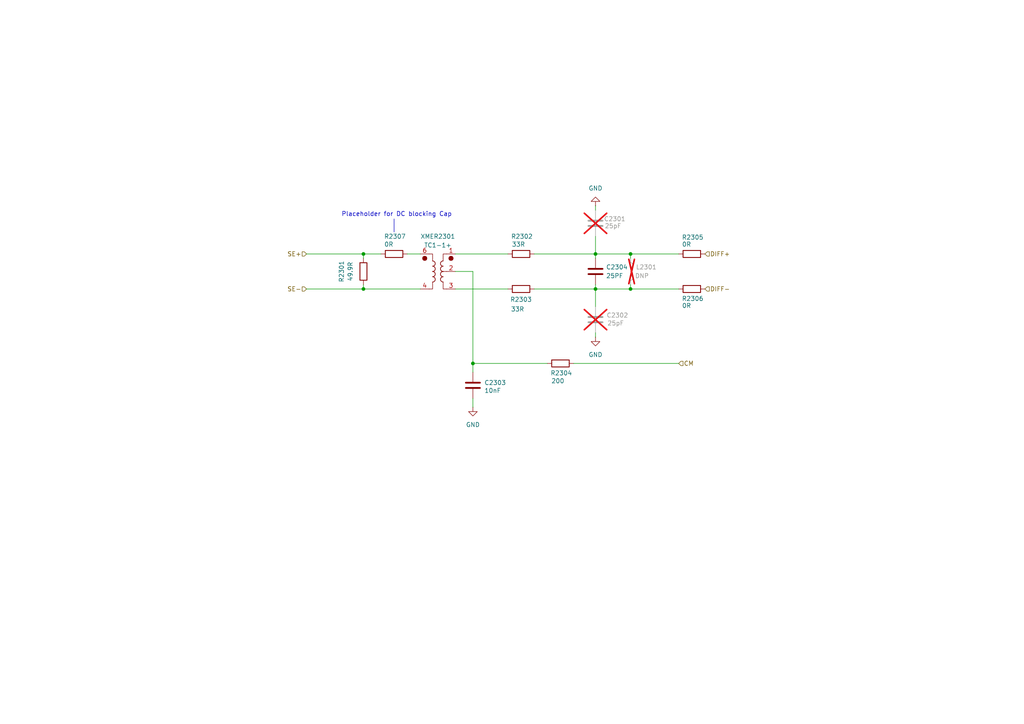
<source format=kicad_sch>
(kicad_sch (version 20231120) (generator "eeschema") (generator_version "8.0")
  (paper "A4")
  (lib_symbols
    (symbol "Device:C" (pin_numbers hide) (pin_names (offset 0.254))
      (property "Reference" "C" (at 0.635 2.54 0))
      (property "Value" "C" (at 0.635 -2.54 0))
      (symbol "C_0_1"
        (polyline (pts (xy -2.032 -0.762) (xy 2.032 -0.762)) (stroke (width 0.508)))
        (polyline (pts (xy -2.032 0.762) (xy 2.032 0.762)) (stroke (width 0.508)))
      )
      (symbol "C_1_1"
        (pin passive line (at 0 3.81 270) (length 2.794) (name "~") (number "1"))
        (pin passive line (at 0 -3.81 90) (length 2.794) (name "~") (number "2"))
      )
    )
    (symbol "Device:L" (pin_numbers hide) (pin_names (offset 1.016) hide)
      (property "Reference" "L" (at -1.27 0 90))
      (property "Value" "L" (at 1.905 0 90))
      (symbol "L_0_1"
        (arc (start 0 -2.54) (mid 0.6323 -1.905) (end 0 -1.27))
        (arc (start 0 -1.27) (mid 0.6323 -0.635) (end 0 0))
        (arc (start 0 0) (mid 0.6323 0.635) (end 0 1.27))
        (arc (start 0 1.27) (mid 0.6323 1.905) (end 0 2.54))
      )
      (symbol "L_1_1"
        (pin passive line (at 0 3.81 270) (length 1.27) (name "1") (number "1"))
        (pin passive line (at 0 -3.81 90) (length 1.27) (name "2") (number "2"))
      )
    )
    (symbol "Device:R" (pin_numbers hide) (pin_names (offset 0))
      (property "Reference" "R" (at 2.032 0 90))
      (property "Value" "R" (at 0 0 90))
      (symbol "R_0_1"
        (rectangle (start -1.016 -2.54) (end 1.016 2.54) (stroke (width 0.254)))
      )
      (symbol "R_1_1"
        (pin passive line (at 0 3.81 270) (length 1.27) (name "~") (number "1"))
        (pin passive line (at 0 -3.81 90) (length 1.27) (name "~") (number "2"))
      )
    )
    (symbol "Zest_Symbols:TC1-1+" (pin_names hide)
      (property "Reference" "XMER" (at 0 6.35 0))
      (property "Value" "TC1-1+" (at 0 -6.35 0))
      (symbol "TC1-1+_0_1"
        (circle (center -3.81 3.81) (radius 0.635) (fill (type outline)))
        (arc (start -1.524 -3.048) (mid -0.7653 -2.286) (end -1.524 -1.524) (stroke (width 0.2032)))
        (arc (start -1.524 -1.524) (mid -0.7653 -0.762) (end -1.524 0) (stroke (width 0.2032)))
        (arc (start -1.524 0) (mid -0.7653 0.762) (end -1.524 1.524) (stroke (width 0.2032)))
        (arc (start -1.524 1.524) (mid -0.7653 2.286) (end -1.524 3.048) (stroke (width 0.2032)))
        (polyline (pts (xy 2.54 0) (xy 1.27 0)) (stroke (width 0.1524)))
        (polyline (pts (xy -2.54 5.08) (xy -1.524 5.08) (xy -1.524 3.048)) (stroke (width 0.1524)))
        (polyline (pts (xy -1.524 -3.048) (xy -1.524 -5.08) (xy -2.54 -5.08)) (stroke (width 0.1524)))
        (polyline (pts (xy 1.524 3.048) (xy 1.524 5.08) (xy 2.54 5.08)) (stroke (width 0.1524)))
        (polyline (pts (xy 2.54 -5.08) (xy 1.524 -5.08) (xy 1.524 -3.048)) (stroke (width 0.1524)))
        (arc (start 1.524 -1.524) (mid 0.7653 -2.286) (end 1.524 -3.048) (stroke (width 0.2032)))
        (arc (start 1.524 0) (mid 0.7653 -0.762) (end 1.524 -1.524) (stroke (width 0.2032)))
        (arc (start 1.524 1.524) (mid 0.7653 0.762) (end 1.524 0) (stroke (width 0.2032)))
        (arc (start 1.524 3.048) (mid 0.7653 2.286) (end 1.524 1.524) (stroke (width 0.2032)))
        (circle (center 3.81 3.81) (radius 0.635) (fill (type outline)))
      )
      (symbol "TC1-1+_1_1"
        (pin passive line (at 5.08 5.08 180) (length 2.54) (name "~") (number "1"))
        (pin passive line (at 5.08 0 180) (length 2.54) (name "~") (number "2"))
        (pin passive line (at 5.08 -5.08 180) (length 2.54) (name "~") (number "3"))
        (pin passive line (at -5.08 -5.08 0) (length 2.54) (name "~") (number "4"))
        (pin no_connect line (at -2.54 0 0) (length 2.54) hide (name "~") (number "5"))
        (pin passive line (at -5.08 5.08 0) (length 2.54) (name "~") (number "6"))
      )
    )
    (symbol "power:GND" (power) (pin_numbers hide) (pin_names (offset 0) hide)
      (property "Value" "GND" (at 0 -3.81 0))
      (symbol "GND_0_1"
        (polyline (pts (xy 0 0) (xy 0 -1.27) (xy 1.27 -1.27) (xy 0 -2.54) (xy -1.27 -1.27) (xy 0 -1.27)))
      )
      (symbol "GND_1_1"
        (pin power_in line (at 0 0 270) (length 0) (name "~") (number "1"))
      )
    )
  )
  (junction (at 105.41 73.66))
  (junction (at 172.72 83.82))
  (junction (at 105.41 83.82))
  (junction (at 182.88 83.82))
  (junction (at 137.16 105.41))
  (junction (at 172.72 73.66))
  (junction (at 182.88 73.66))
  (wire (pts (xy 147.32 73.66) (xy 132.08 73.66)))
  (wire (pts (xy 105.41 73.66) (xy 105.41 74.93)))
  (wire (pts (xy 172.72 83.82) (xy 172.72 88.9)))
  (wire (pts (xy 172.72 60.96) (xy 172.72 59.69)))
  (wire (pts (xy 105.41 83.82) (xy 121.92 83.82)))
  (wire (pts (xy 172.72 82.55) (xy 172.72 83.82)))
  (wire (pts (xy 172.72 68.58) (xy 172.72 73.66)))
  (wire (pts (xy 182.88 83.82) (xy 196.85 83.82)))
  (wire (pts (xy 182.88 73.66) (xy 196.85 73.66)))
  (wire (pts (xy 118.11 73.66) (xy 121.92 73.66)))
  (wire (pts (xy 105.41 82.55) (xy 105.41 83.82)))
  (wire (pts (xy 137.16 105.41) (xy 158.75 105.41)))
  (wire (pts (xy 137.16 78.74) (xy 137.16 105.41)))
  (wire (pts (xy 88.9 73.66) (xy 105.41 73.66)))
  (wire (pts (xy 166.37 105.41) (xy 196.85 105.41)))
  (wire (pts (xy 172.72 73.66) (xy 182.88 73.66)))
  (wire (pts (xy 105.41 73.66) (xy 110.49 73.66)))
  (polyline (pts (xy 114.3 63.5) (xy 114.3 67.31)))
  (wire (pts (xy 154.94 73.66) (xy 172.72 73.66)))
  (wire (pts (xy 182.88 73.66) (xy 182.88 74.93)))
  (wire (pts (xy 88.9 83.82) (xy 105.41 83.82)))
  (wire (pts (xy 182.88 82.55) (xy 182.88 83.82)))
  (wire (pts (xy 132.08 78.74) (xy 137.16 78.74)))
  (wire (pts (xy 172.72 74.93) (xy 172.72 73.66)))
  (wire (pts (xy 172.72 83.82) (xy 182.88 83.82)))
  (wire (pts (xy 154.94 83.82) (xy 172.72 83.82)))
  (wire (pts (xy 172.72 96.52) (xy 172.72 97.79)))
  (wire (pts (xy 137.16 105.41) (xy 137.16 107.95)))
  (wire (pts (xy 147.32 83.82) (xy 132.08 83.82)))
  (wire (pts (xy 137.16 115.57) (xy 137.16 118.11)))
  (text "Placeholder for DC blocking Cap" (at 115.062 62.23 0) (effects (font (size 1.27 1.27))))
  (hierarchical_label "SE-" (shape input) (at 88.9 83.82 180))
  (hierarchical_label "DIFF-" (shape input) (at 204.47 83.82 0))
  (hierarchical_label "SE+" (shape input) (at 88.9 73.66 180))
  (hierarchical_label "CM" (shape input) (at 196.85 105.41 0))
  (hierarchical_label "DIFF+" (shape input) (at 204.47 73.66 0))
  (symbol (lib_id "Device:R") (at 200.66 83.82 90) (mirror x) (unit 1)
    (property "Reference" "R2306" (at 200.914 86.614 90))
    (property "Value" "0R" (at 199.136 88.646 90))
    (property "Footprint" "Resistor_SMD:R_0603_1608Metric" (effects (hide yes)))
    (property "Description" "Resistor" (effects (hide yes)))
    (property "Vendor" "digikey:311-4.99HRCT-ND" (effects (hide yes)))
    (instances (project "zest" (path "" (reference "R2306") (unit 1)) (path "" (reference "R2206") (unit 1)) (path "" (reference "R2106") (unit 1)) (path "" (reference "R2406") (unit 1)) (path "" (reference "R406") (unit 1)) (path "" (reference "R606") (unit 1)) (path "" (reference "R506") (unit 1)) (path "" (reference "R306") (unit 1))))
  )
  (symbol (lib_id "Device:L") (at 182.88 78.74 0) (unit 1) (dnp yes)
    (property "Reference" "L2301" (at 184.404 77.47 0) (effects (justify left)))
    (property "Value" "DNP" (at 184.15 80.0099 0) (effects (justify left)))
    (property "Footprint" "Inductor_SMD:L_0603_1608Metric" (effects (hide yes)))
    (property "Description" "Inductor" (effects (hide yes)))
    (instances (project "zest" (path "" (reference "L2301") (unit 1)) (path "" (reference "L2201") (unit 1)) (path "" (reference "L2101") (unit 1)) (path "" (reference "L2401") (unit 1)) (path "" (reference "L401") (unit 1)) (path "" (reference "L601") (unit 1)) (path "" (reference "L501") (unit 1)) (path "" (reference "L301") (unit 1))))
  )
  (symbol (lib_id "Zest_Symbols:TC1-1+") (at 127 78.74 0) (unit 1)
    (property "Reference" "XMER2301" (at 127 68.58 0))
    (property "Value" "TC1-1+" (at 127 71.12 0))
    (property "Footprint" "Transformer_SMD:Transformer_MiniCircuits_AT224-1A" (effects (hide yes)))
    (instances (project "" (path "" (reference "XMER2301") (unit 1)) (path "" (reference "XMER2202") (unit 1)) (path "" (reference "XMER2102") (unit 1)) (path "" (reference "XMER2402") (unit 1)) (path "" (reference "XMER402") (unit 1)) (path "" (reference "XMER602") (unit 1)) (path "" (reference "XMER502") (unit 1)) (path "" (reference "XMER302") (unit 1))))
  )
  (symbol (lib_id "Device:C") (at 172.72 92.71 0) (mirror x) (unit 1) (dnp yes)
    (property "Reference" "C302" (at 179.07 91.44 0))
    (property "Value" "25pF" (at 178.562 93.726 0))
    (property "Footprint" "Capacitor_SMD:C_0603_1608Metric" (effects (hide yes)))
    (property "Description" "Unpolarized capacitor" (effects (hide yes)))
    (instances (project "zest" (path "" (reference "C2302") (unit 1)) (path "" (reference "C2202") (unit 1)) (path "" (reference "C2102") (unit 1)) (path "" (reference "C2402") (unit 1)) (path "" (reference "C402") (unit 1)) (path "" (reference "C602") (unit 1)) (path "" (reference "C502") (unit 1)) (path "" (reference "C302") (unit 1))))
  )
  (symbol (lib_id "power:GND") (at 172.72 97.79 0) (unit 1)
    (property "Reference" "#PWR0303" (effects (hide yes)))
    (property "Value" "GND" (at 172.72 102.87 0))
    (property "Description" "Power symbol creates a global label with name \"GND\" , ground" (effects (hide yes)))
    (instances (project "zest" (path "" (reference "#PWR02303") (unit 1)) (path "" (reference "#PWR02203") (unit 1)) (path "" (reference "#PWR02103") (unit 1)) (path "" (reference "#PWR02403") (unit 1)) (path "" (reference "#PWR0403") (unit 1)) (path "" (reference "#PWR0603") (unit 1)) (path "" (reference "#PWR0503") (unit 1)) (path "" (reference "#PWR0303") (unit 1))))
  )
  (symbol (lib_id "Device:R") (at 114.3 73.66 90) (mirror x) (unit 1)
    (property "Reference" "R307" (at 114.554 68.58 90))
    (property "Value" "0R" (at 112.776 70.866 90))
    (property "Footprint" "Resistor_SMD:R_0603_1608Metric" (effects (hide yes)))
    (property "Description" "Resistor" (effects (hide yes)))
    (property "Vendor" "digikey:P0.0GCT-ND" (effects (hide yes)))
    (instances (project "zest" (path "" (reference "R2307") (unit 1)) (path "" (reference "R2207") (unit 1)) (path "" (reference "R2107") (unit 1)) (path "" (reference "R2407") (unit 1)) (path "" (reference "R407") (unit 1)) (path "" (reference "R607") (unit 1)) (path "" (reference "R507") (unit 1)) (path "" (reference "R307") (unit 1))))
  )
  (symbol (lib_id "Device:R") (at 105.41 78.74 180) (unit 1)
    (property "Reference" "R301" (at 99.06 78.74 90))
    (property "Value" "49.9R" (at 101.6 78.74 90))
    (property "Footprint" "Resistor_SMD:R_0603_1608Metric" (effects (hide yes)))
    (property "Description" "Resistor" (effects (hide yes)))
    (instances (project "zest" (path "" (reference "R2301") (unit 1)) (path "" (reference "R2201") (unit 1)) (path "" (reference "R2101") (unit 1)) (path "" (reference "R2401") (unit 1)) (path "" (reference "R401") (unit 1)) (path "" (reference "R601") (unit 1)) (path "" (reference "R501") (unit 1)) (path "" (reference "R301") (unit 1))))
  )
  (symbol (lib_id "Device:C") (at 172.72 64.77 180) (unit 1) (dnp yes)
    (property "Reference" "C301" (at 178.308 63.5 0))
    (property "Value" "25pF" (at 177.8 65.532 0))
    (property "Footprint" "Capacitor_SMD:C_0603_1608Metric" (effects (hide yes)))
    (property "Description" "Unpolarized capacitor" (effects (hide yes)))
    (instances (project "zest" (path "" (reference "C2301") (unit 1)) (path "" (reference "C2201") (unit 1)) (path "" (reference "C2101") (unit 1)) (path "" (reference "C2401") (unit 1)) (path "" (reference "C401") (unit 1)) (path "" (reference "C601") (unit 1)) (path "" (reference "C501") (unit 1)) (path "" (reference "C301") (unit 1))))
  )
  (symbol (lib_id "Device:R") (at 151.13 83.82 90) (unit 1)
    (property "Reference" "R303" (at 151.13 86.868 90))
    (property "Value" "33R" (at 150.114 89.662 90))
    (property "Footprint" "Resistor_SMD:R_0603_1608Metric" (effects (hide yes)))
    (property "Description" "Resistor" (effects (hide yes)))
    (property "Vendor" "digikey:RR08P200DCT-ND" (effects (hide yes)))
    (instances (project "zest" (path "" (reference "R2303") (unit 1)) (path "" (reference "R2203") (unit 1)) (path "" (reference "R2103") (unit 1)) (path "" (reference "R2403") (unit 1)) (path "" (reference "R403") (unit 1)) (path "" (reference "R603") (unit 1)) (path "" (reference "R503") (unit 1)) (path "" (reference "R303") (unit 1))))
  )
  (symbol (lib_id "Device:C") (at 172.72 78.74 0) (unit 1)
    (property "Reference" "C2304" (at 175.768 77.47 0) (effects (justify left)))
    (property "Value" "25PF" (at 175.768 80.01 0) (effects (justify left)))
    (property "Footprint" "Capacitor_SMD:C_0603_1608Metric" (effects (hide yes)))
    (property "Description" "Unpolarized capacitor" (effects (hide yes)))
    (property "Vendor" "digikey:1276-2244-1-ND" (effects (hide yes)))
    (instances (project "zest" (path "" (reference "C2304") (unit 1)) (path "" (reference "C2204") (unit 1)) (path "" (reference "C2104") (unit 1)) (path "" (reference "C2404") (unit 1)) (path "" (reference "C404") (unit 1)) (path "" (reference "C604") (unit 1)) (path "" (reference "C504") (unit 1)) (path "" (reference "C304") (unit 1))))
  )
  (symbol (lib_id "power:GND") (at 172.72 59.69 180) (unit 1)
    (property "Reference" "#PWR0304" (effects (hide yes)))
    (property "Value" "GND" (at 172.72 54.61 0))
    (property "Description" "Power symbol creates a global label with name \"GND\" , ground" (effects (hide yes)))
    (instances (project "zest" (path "" (reference "#PWR02304") (unit 1)) (path "" (reference "#PWR02204") (unit 1)) (path "" (reference "#PWR02104") (unit 1)) (path "" (reference "#PWR02404") (unit 1)) (path "" (reference "#PWR0404") (unit 1)) (path "" (reference "#PWR0604") (unit 1)) (path "" (reference "#PWR0504") (unit 1)) (path "" (reference "#PWR0304") (unit 1))))
  )
  (symbol (lib_id "Device:C") (at 137.16 111.76 0) (mirror x) (unit 1)
    (property "Reference" "C2303" (at 140.462 110.998 0) (effects (justify left)))
    (property "Value" "10nF" (at 140.462 113.2839 0) (effects (justify left)))
    (property "Footprint" "Capacitor_SMD:C_0603_1608Metric" (effects (hide yes)))
    (property "Description" "Unpolarized capacitor" (effects (hide yes)))
    (property "Vendor" "digikey:445-2664-1-ND" (effects (hide yes)))
    (instances (project "zest" (path "" (reference "C2303") (unit 1)) (path "" (reference "C2203") (unit 1)) (path "" (reference "C2103") (unit 1)) (path "" (reference "C2403") (unit 1)) (path "" (reference "C403") (unit 1)) (path "" (reference "C603") (unit 1)) (path "" (reference "C503") (unit 1)) (path "" (reference "C303") (unit 1))))
  )
  (symbol (lib_id "power:GND") (at 137.16 118.11 0) (unit 1)
    (property "Reference" "#PWR02301" (effects (hide yes)))
    (property "Value" "GND" (at 137.16 123.19 0))
    (property "Description" "Power symbol creates a global label with name \"GND\" , ground" (effects (hide yes)))
    (instances (project "zest" (path "" (reference "#PWR02301") (unit 1)) (path "" (reference "#PWR02201") (unit 1)) (path "" (reference "#PWR02101") (unit 1)) (path "" (reference "#PWR02401") (unit 1)) (path "" (reference "#PWR0401") (unit 1)) (path "" (reference "#PWR0601") (unit 1)) (path "" (reference "#PWR0501") (unit 1)) (path "" (reference "#PWR0301") (unit 1))))
  )
  (symbol (lib_id "Device:R") (at 200.66 73.66 90) (mirror x) (unit 1)
    (property "Reference" "R2305" (at 200.914 68.834 90))
    (property "Value" "0R" (at 199.136 70.866 90))
    (property "Footprint" "Resistor_SMD:R_0603_1608Metric" (effects (hide yes)))
    (property "Description" "Resistor" (effects (hide yes)))
    (property "Vendor" "digikey:311-4.99HRCT-ND" (effects (hide yes)))
    (instances (project "zest" (path "" (reference "R2305") (unit 1)) (path "" (reference "R2205") (unit 1)) (path "" (reference "R2105") (unit 1)) (path "" (reference "R2405") (unit 1)) (path "" (reference "R405") (unit 1)) (path "" (reference "R605") (unit 1)) (path "" (reference "R505") (unit 1)) (path "" (reference "R305") (unit 1))))
  )
  (symbol (lib_id "Device:R") (at 162.56 105.41 90) (mirror x) (unit 1)
    (property "Reference" "R2304" (at 162.814 108.204 90))
    (property "Value" "200" (at 161.798 110.49 90))
    (property "Footprint" "Resistor_SMD:R_0603_1608Metric" (effects (hide yes)))
    (property "Description" "Resistor" (effects (hide yes)))
    (property "Vendor" "digikey:RR08P200DCT-ND" (effects (hide yes)))
    (instances (project "zest" (path "" (reference "R2304") (unit 1)) (path "" (reference "R2204") (unit 1)) (path "" (reference "R2104") (unit 1)) (path "" (reference "R2404") (unit 1)) (path "" (reference "R404") (unit 1)) (path "" (reference "R604") (unit 1)) (path "" (reference "R504") (unit 1)) (path "" (reference "R304") (unit 1))))
  )
  (symbol (lib_id "Device:R") (at 151.13 73.66 90) (mirror x) (unit 1)
    (property "Reference" "R302" (at 151.384 68.58 90))
    (property "Value" "33R" (at 150.368 70.866 90))
    (property "Footprint" "Resistor_SMD:R_0603_1608Metric" (effects (hide yes)))
    (property "Description" "Resistor" (effects (hide yes)))
    (property "Vendor" "digikey:P0.0GCT-ND" (effects (hide yes)))
    (instances (project "zest" (path "" (reference "R2302") (unit 1)) (path "" (reference "R2202") (unit 1)) (path "" (reference "R2102") (unit 1)) (path "" (reference "R2402") (unit 1)) (path "" (reference "R402") (unit 1)) (path "" (reference "R602") (unit 1)) (path "" (reference "R502") (unit 1)) (path "" (reference "R302") (unit 1))))
  )
)
</source>
